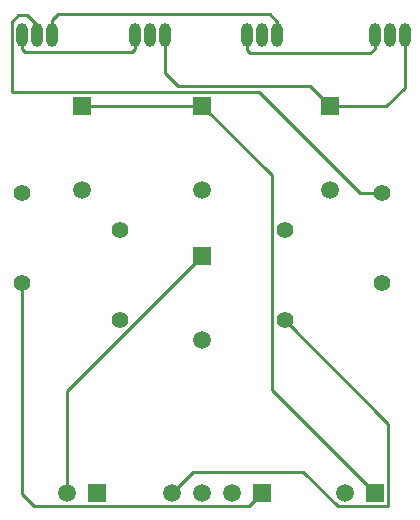
<source format=gbl>
G04*
G04 #@! TF.GenerationSoftware,Altium Limited,Altium Designer,20.0.2 (26)*
G04*
G04 Layer_Physical_Order=2*
G04 Layer_Color=16711680*
%FSLAX44Y44*%
%MOMM*%
G71*
G01*
G75*
%ADD12C,0.2540*%
%ADD20R,1.5000X1.5000*%
%ADD21C,1.5000*%
%ADD22O,1.0000X2.0000*%
%ADD23O,1.0000X2.0000*%
%ADD24C,1.4000*%
%ADD25R,1.5000X1.5000*%
D12*
X1422400Y1102300D02*
X1524000D01*
X1582928Y1043372D01*
Y861822D02*
Y1043372D01*
Y861822D02*
X1670050Y774700D01*
X1593850Y920750D02*
X1681480Y833120D01*
Y763270D02*
Y833120D01*
X1638808Y763270D02*
X1681480D01*
X1609852Y792226D02*
X1638808Y763270D01*
X1516126Y792226D02*
X1609852D01*
X1498600Y774700D02*
X1516126Y792226D01*
X1563370Y763270D02*
X1574800Y774700D01*
X1381760Y763270D02*
X1563370D01*
X1371600Y773430D02*
X1381760Y763270D01*
X1371600Y773430D02*
Y952500D01*
X1492250Y1130300D02*
Y1162050D01*
Y1130300D02*
X1503680Y1118870D01*
X1615380D01*
X1631950Y1102300D01*
X1657350Y1028700D02*
X1676400D01*
X1572440Y1113610D02*
X1657350Y1028700D01*
X1362890Y1113610D02*
X1572440D01*
X1362710Y1113790D02*
X1362890Y1113610D01*
X1362710Y1113790D02*
Y1173480D01*
X1368298Y1179068D01*
X1376172D01*
X1384300Y1170940D01*
Y1162050D02*
Y1170940D01*
X1409700Y774700D02*
Y861000D01*
X1524000Y975300D01*
X1587500Y1162050D02*
Y1173480D01*
X1581150Y1179830D02*
X1587500Y1173480D01*
X1402080Y1179830D02*
X1581150D01*
X1397000Y1174750D02*
X1402080Y1179830D01*
X1397000Y1162050D02*
Y1174750D01*
X1371600Y1150620D02*
Y1162050D01*
Y1150620D02*
X1374140Y1148080D01*
X1464310D01*
X1466850Y1150620D01*
Y1162050D01*
X1670050Y1150620D02*
Y1162050D01*
X1666494Y1147064D02*
X1670050Y1150620D01*
X1564640Y1147064D02*
X1666494D01*
X1562100Y1149604D02*
X1564640Y1147064D01*
X1562100Y1149604D02*
Y1162050D01*
X1631950Y1102300D02*
X1680150D01*
X1695450Y1117600D01*
Y1162050D01*
D20*
X1670050Y774700D02*
D03*
X1435100D02*
D03*
X1574800D02*
D03*
D21*
X1644650D02*
D03*
X1524000Y1031300D02*
D03*
X1422400D02*
D03*
X1409700Y774700D02*
D03*
X1498600D02*
D03*
X1524000D02*
D03*
X1549400D02*
D03*
X1524000Y904300D02*
D03*
X1631950Y1031300D02*
D03*
D22*
X1397000Y1162050D02*
D03*
X1371600D02*
D03*
X1492250D02*
D03*
X1466850D02*
D03*
X1587500D02*
D03*
X1562100D02*
D03*
X1695450D02*
D03*
X1670050D02*
D03*
D23*
X1384300D02*
D03*
X1479550D02*
D03*
X1574800D02*
D03*
X1682750D02*
D03*
D24*
X1676400Y1028700D02*
D03*
Y952500D02*
D03*
X1371600Y1028700D02*
D03*
Y952500D02*
D03*
X1454150Y996950D02*
D03*
Y920750D02*
D03*
X1593850Y996950D02*
D03*
Y920750D02*
D03*
D25*
X1524000Y1102300D02*
D03*
X1422400D02*
D03*
X1524000Y975300D02*
D03*
X1631950Y1102300D02*
D03*
M02*

</source>
